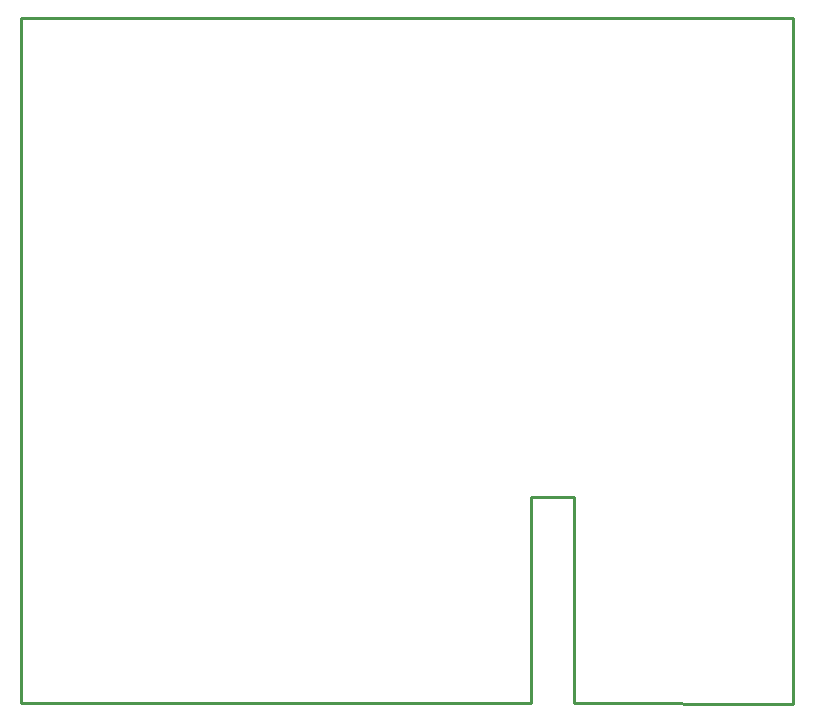
<source format=gbr>
G04 EAGLE Gerber RS-274X export*
G75*
%MOMM*%
%FSLAX34Y34*%
%LPD*%
%IN*%
%IPPOS*%
%AMOC8*
5,1,8,0,0,1.08239X$1,22.5*%
G01*
%ADD10C,0.254000*%


D10*
X0Y0D02*
X431600Y0D01*
X431600Y139500D01*
X431800Y173990D01*
X468630Y173990D01*
X468630Y0D01*
X654050Y-1270D01*
X654050Y579630D01*
X0Y579630D01*
X0Y0D01*
M02*

</source>
